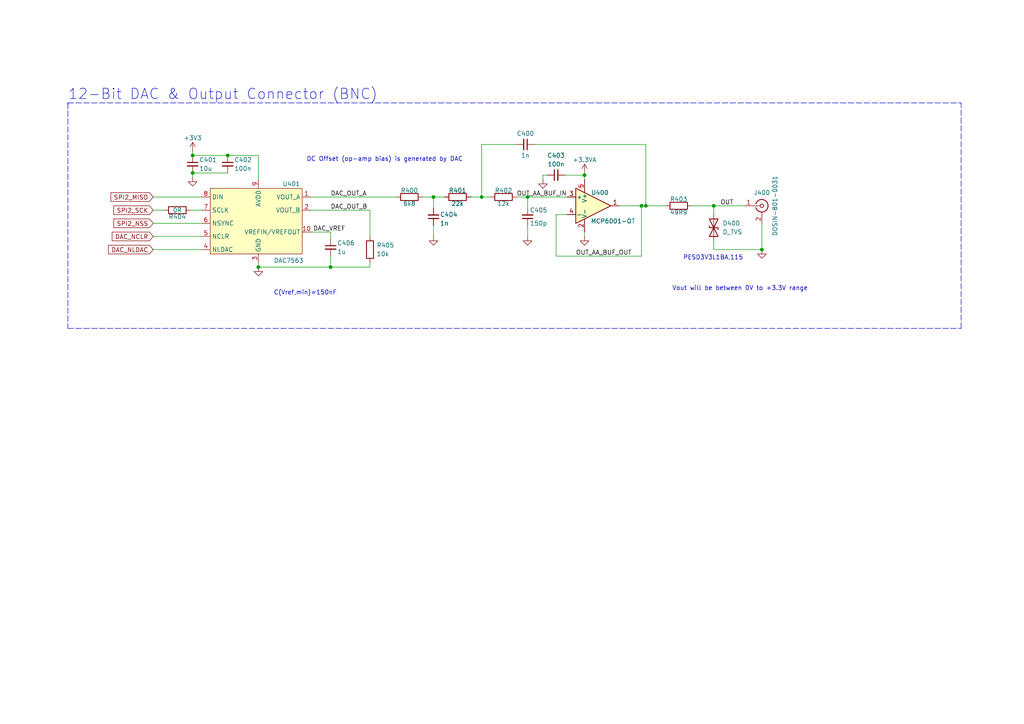
<source format=kicad_sch>
(kicad_sch (version 20211123) (generator eeschema)
  (paper "A4")
  (title_block (title "DAC & Analogue Output") (date "2022-03-07") (rev "v1.0") (company "Jonathan Podiono"))
  (lib_symbols
    (symbol "Amplifier_Operational:MCP6001-OT" (pin_names (offset 0.127))
      (property "Reference" "U" (at -1.27 6.35 0))
      (property "Value" "MCP6001-OT" (at -1.27 3.81 0))
      (symbol "MCP6001-OT_0_1"
        (polyline (pts (xy -5.08 5.08) (xy 5.08 0) (xy -5.08 -5.08) (xy -5.08 5.08)) (stroke (width 0.254)) (fill (type background)))
        (pin power_in line (at -2.54 -7.62 90) (length 3.81) (name "V-") (number "2"))
        (pin power_in line (at -2.54 7.62 270) (length 3.81) (name "V+") (number "5"))
      )
      (symbol "MCP6001-OT_1_1"
        (pin output line (at 7.62 0 180) (length 2.54) (name "~") (number "1"))
        (pin input line (at -7.62 2.54 0) (length 2.54) (name "+") (number "3"))
        (pin input line (at -7.62 -2.54 0) (length 2.54) (name "-") (number "4"))
      )
    )
    (symbol "Connector:Conn_Coaxial" (pin_names (offset 1.016) hide)
      (property "Reference" "J" (at 0.254 3.048 0))
      (property "Value" "Conn_Coaxial" (at 2.921 0 90))
      (symbol "Conn_Coaxial_0_1"
        (arc (start -1.778 -0.508) (mid 0.222 -1.808) (end 1.778 0) (stroke (width 0.254)))
        (polyline (pts (xy -2.54 0) (xy -0.508 0)))
        (polyline (pts (xy 0 -2.54) (xy 0 -1.778)))
        (circle (center 0 0) (radius 0.508) (stroke (width 0.2032)))
        (arc (start 1.778 0) (mid 0.222 1.8083) (end -1.778 0.508) (stroke (width 0.254)))
      )
      (symbol "Conn_Coaxial_1_1"
        (pin passive line (at -5.08 0 0) (length 2.54) (name "In") (number "1"))
        (pin passive line (at 0 -5.08 90) (length 2.54) (name "Ext") (number "2"))
      )
    )
    (symbol "Device:C_Small" (pin_numbers hide) (pin_names (offset 0.254) hide)
      (property "Reference" "C" (at 0.254 1.778 0))
      (property "Value" "C_Small" (at 0.254 -2.032 0))
      (symbol "C_Small_0_1"
        (polyline (pts (xy -1.524 -0.508) (xy 1.524 -0.508)) (stroke (width 0.3302)))
        (polyline (pts (xy -1.524 0.508) (xy 1.524 0.508)) (stroke (width 0.3048)))
      )
      (symbol "C_Small_1_1"
        (pin passive line (at 0 2.54 270) (length 2.032) (name "~") (number "1"))
        (pin passive line (at 0 -2.54 90) (length 2.032) (name "~") (number "2"))
      )
    )
    (symbol "Device:D_TVS" (pin_numbers hide) (pin_names (offset 1.016) hide)
      (property "Reference" "D" (at 0 2.54 0))
      (property "Value" "D_TVS" (at 0 -2.54 0))
      (symbol "D_TVS_0_1"
        (polyline (pts (xy 1.27 0) (xy -1.27 0)))
        (polyline (pts (xy 0.508 1.27) (xy 0 1.27) (xy 0 -1.27) (xy -0.508 -1.27)) (stroke (width 0.254)))
        (polyline (pts (xy -2.54 1.27) (xy -2.54 -1.27) (xy 2.54 1.27) (xy 2.54 -1.27) (xy -2.54 1.27)) (stroke (width 0.254)))
      )
      (symbol "D_TVS_1_1"
        (pin passive line (at -3.81 0 0) (length 2.54) (name "A1") (number "1"))
        (pin passive line (at 3.81 0 180) (length 2.54) (name "A2") (number "2"))
      )
    )
    (symbol "Device:R" (pin_numbers hide) (pin_names (offset 0))
      (property "Reference" "R" (at 2.032 0 90))
      (property "Value" "R" (at 0 0 90))
      (symbol "R_0_1"
        (rectangle (start -1.016 -2.54) (end 1.016 2.54) (stroke (width 0.254)))
      )
      (symbol "R_1_1"
        (pin passive line (at 0 3.81 270) (length 1.27) (name "~") (number "1"))
        (pin passive line (at 0 -3.81 90) (length 1.27) (name "~") (number "2"))
      )
    )
    (symbol "my_library:DAC7563"
      (property "Reference" "U" (at 8.89 8.89 0))
      (property "Value" "DAC7563" (at 7.62 -15.24 0))
      (symbol "DAC7563_0_0"
        (pin output line (at 15.24 3.81 180) (length 2.54) (name "VOUT_A") (number "1"))
        (pin bidirectional line (at 15.24 -6.35 180) (length 2.54) (name "VREFIN/VREFOUT") (number "10"))
        (pin output line (at 15.24 0 180) (length 2.54) (name "VOUT_B") (number "2"))
        (pin power_in line (at 0 -15.24 90) (length 2.54) (name "GND") (number "3"))
        (pin input line (at -16.51 -11.43 0) (length 2.54) (name "NLDAC") (number "4"))
        (pin input line (at -16.51 -7.62 0) (length 2.54) (name "NCLR") (number "5"))
        (pin input line (at -16.51 -3.81 0) (length 2.54) (name "NSYNC") (number "6"))
        (pin input line (at -16.51 0 0) (length 2.54) (name "SCLK") (number "7"))
        (pin input line (at -16.51 3.81 0) (length 2.54) (name "DIN") (number "8"))
        (pin power_in line (at 0 8.89 270) (length 2.54) (name "AVDD") (number "9"))
      )
      (symbol "DAC7563_0_1"
        (rectangle (start -13.97 6.35) (end 12.7 -12.7) (fill (type background)))
      )
    )
    (symbol "power:+3.3VA" (power) (pin_names (offset 0))
      (property "Value" "+3.3VA" (at 0 3.556 0))
      (symbol "+3.3VA_0_1"
        (polyline (pts (xy -0.762 1.27) (xy 0 2.54)))
        (polyline (pts (xy 0 0) (xy 0 2.54)))
        (polyline (pts (xy 0 2.54) (xy 0.762 1.27)))
      )
      (symbol "+3.3VA_1_1"
        (pin power_in line (at 0 0 90) (length 0) hide (name "+3.3VA") (number "1"))
      )
    )
    (symbol "power:+3V3" (power) (pin_names (offset 0))
      (property "Value" "+3V3" (at 0 3.556 0))
      (symbol "+3V3_0_1"
        (polyline (pts (xy -0.762 1.27) (xy 0 2.54)))
        (polyline (pts (xy 0 0) (xy 0 2.54)))
        (polyline (pts (xy 0 2.54) (xy 0.762 1.27)))
      )
      (symbol "+3V3_1_1"
        (pin power_in line (at 0 0 90) (length 0) hide (name "+3V3") (number "1"))
      )
    )
    (symbol "power:GND" (power) (pin_names (offset 0))
      (property "Value" "GND" (at 0 -3.81 0))
      (symbol "GND_0_1"
        (polyline (pts (xy 0 0) (xy 0 -1.27) (xy 1.27 -1.27) (xy 0 -2.54) (xy -1.27 -1.27) (xy 0 -1.27)))
      )
      (symbol "GND_1_1"
        (pin power_in line (at 0 0 270) (length 0) hide (name "GND") (number "1"))
      )
    )
  )
  (junction (at 153.035 57.15))
  (junction (at 186.055 59.69))
  (junction (at 139.7 57.15))
  (junction (at 169.545 50.8))
  (junction (at 55.88 45.085))
  (junction (at 125.73 57.15))
  (junction (at 187.325 59.69))
  (junction (at 66.04 45.085))
  (junction (at 207.01 59.69))
  (junction (at 220.98 72.39))
  (junction (at 55.88 50.165))
  (junction (at 95.885 77.47))
  (junction (at 74.93 77.47))
  (wire (pts (xy 44.45 68.58) (xy 58.42 68.58)))
  (wire (pts (xy 153.035 57.15) (xy 153.035 60.325)))
  (wire (pts (xy 207.01 59.69) (xy 215.9 59.69)))
  (wire (pts (xy 154.94 41.91) (xy 187.325 41.91)))
  (wire (pts (xy 136.525 57.15) (xy 139.7 57.15)))
  (polyline (pts (xy 19.685 95.25) (xy 278.765 95.25)))
  (polyline (pts (xy 19.685 29.845) (xy 19.685 95.25)))
  (wire (pts (xy 186.055 59.69) (xy 179.705 59.69)))
  (wire (pts (xy 44.45 60.96) (xy 47.625 60.96)))
  (wire (pts (xy 139.7 57.15) (xy 142.24 57.15)))
  (polyline (pts (xy 19.685 29.845) (xy 19.685 30.48)))
  (wire (pts (xy 107.315 77.47) (xy 107.315 76.2)))
  (wire (pts (xy 95.885 67.31) (xy 95.885 69.215)))
  (wire (pts (xy 169.545 67.31) (xy 169.545 68.58)))
  (wire (pts (xy 55.245 60.96) (xy 58.42 60.96)))
  (wire (pts (xy 139.7 41.91) (xy 149.86 41.91)))
  (wire (pts (xy 74.93 45.085) (xy 74.93 52.07)))
  (wire (pts (xy 157.48 50.8) (xy 157.48 52.07)))
  (wire (pts (xy 125.73 65.405) (xy 125.73 68.58)))
  (wire (pts (xy 55.88 50.165) (xy 66.04 50.165)))
  (wire (pts (xy 44.45 64.77) (xy 58.42 64.77)))
  (wire (pts (xy 74.93 77.47) (xy 95.885 77.47)))
  (wire (pts (xy 125.73 57.15) (xy 125.73 60.325)))
  (wire (pts (xy 207.01 59.69) (xy 207.01 62.23)))
  (wire (pts (xy 161.29 74.295) (xy 186.055 74.295)))
  (wire (pts (xy 74.93 76.2) (xy 74.93 77.47)))
  (wire (pts (xy 95.885 74.295) (xy 95.885 77.47)))
  (wire (pts (xy 157.48 50.8) (xy 158.75 50.8)))
  (wire (pts (xy 220.98 64.77) (xy 220.98 72.39)))
  (wire (pts (xy 66.04 45.085) (xy 74.93 45.085)))
  (wire (pts (xy 207.01 72.39) (xy 220.98 72.39)))
  (wire (pts (xy 187.325 59.69) (xy 193.04 59.69)))
  (polyline (pts (xy 19.685 29.845) (xy 278.765 29.845)))
  (wire (pts (xy 161.29 62.23) (xy 161.29 74.295)))
  (wire (pts (xy 90.17 60.96) (xy 107.315 60.96)))
  (wire (pts (xy 163.83 50.8) (xy 169.545 50.8)))
  (wire (pts (xy 153.035 57.15) (xy 164.465 57.15)))
  (wire (pts (xy 186.055 74.295) (xy 186.055 59.69)))
  (wire (pts (xy 139.7 57.15) (xy 139.7 41.91)))
  (wire (pts (xy 90.17 67.31) (xy 95.885 67.31)))
  (wire (pts (xy 169.545 50.165) (xy 169.545 50.8)))
  (wire (pts (xy 95.885 77.47) (xy 107.315 77.47)))
  (wire (pts (xy 55.88 50.165) (xy 55.88 51.435)))
  (polyline (pts (xy 278.765 95.25) (xy 278.765 29.845)))
  (wire (pts (xy 55.88 43.815) (xy 55.88 45.085)))
  (wire (pts (xy 55.88 45.085) (xy 66.04 45.085)))
  (wire (pts (xy 149.86 57.15) (xy 153.035 57.15)))
  (wire (pts (xy 153.035 65.405) (xy 153.035 68.58)))
  (wire (pts (xy 187.325 41.91) (xy 187.325 59.69)))
  (wire (pts (xy 164.465 62.23) (xy 161.29 62.23)))
  (wire (pts (xy 90.17 57.15) (xy 114.935 57.15)))
  (wire (pts (xy 187.325 59.69) (xy 186.055 59.69)))
  (wire (pts (xy 44.45 57.15) (xy 58.42 57.15)))
  (wire (pts (xy 207.01 69.85) (xy 207.01 72.39)))
  (wire (pts (xy 169.545 50.8) (xy 169.545 52.07)))
  (wire (pts (xy 125.73 57.15) (xy 128.905 57.15)))
  (wire (pts (xy 200.66 59.69) (xy 207.01 59.69)))
  (wire (pts (xy 107.315 60.96) (xy 107.315 68.58)))
  (wire (pts (xy 44.45 72.39) (xy 58.42 72.39)))
  (wire (pts (xy 122.555 57.15) (xy 125.73 57.15)))
  (text "12-Bit DAC & Output Connector (BNC)" (at 19.685 29.21 0) (effects (font (size 3 3)) (justify left bottom)))
  (text "DC Offset (op-amp bias) is generated by DAC" (at 88.9 46.99 0) (effects (font (size 1.27 1.27)) (justify left bottom)))
  (text "C(Vref,min)=150nF" (at 79.375 85.725 0) (effects (font (size 1.27 1.27)) (justify left bottom)))
  (text "PESD3V3L1BA,115" (at 198.12 75.565 0) (effects (font (size 1.27 1.27)) (justify left bottom)))
  (text "Vout will be between 0V to +3.3V range" (at 194.945 84.455 0) (effects (font (size 1.27 1.27)) (justify left bottom)))
  (label "DAC_OUT_B" (at 95.885 60.96 0))
  (label "OUT" (at 208.915 59.69 0))
  (label "OUT_AA_BUF_OUT" (at 167.005 74.295 0))
  (label "DAC_OUT_A" (at 95.885 57.15 0))
  (label "OUT_AA_BUF_IN" (at 149.86 57.15 0))
  (label "DAC_VREF" (at 90.805 67.31 0))
  (global_label "SPI2_SCK" (shape input) (at 44.45 60.96 180) (property "Intersheet References" "${INTERSHEET_REFS}" (effects hide)))
  (global_label "DAC_NCLR" (shape input) (at 44.45 68.58 180) (property "Intersheet References" "${INTERSHEET_REFS}" (effects hide)))
  (global_label "SPI2_NSS" (shape input) (at 44.45 64.77 180) (property "Intersheet References" "${INTERSHEET_REFS}" (effects hide)))
  (global_label "DAC_NLDAC" (shape input) (at 44.45 72.39 180) (property "Intersheet References" "${INTERSHEET_REFS}" (effects hide)))
  (global_label "SPI2_MISO" (shape input) (at 44.45 57.15 180) (property "Intersheet References" "${INTERSHEET_REFS}" (effects hide)))
  (symbol (lib_id "power:GND") (at 125.73 68.58 0) (unit 1)
    (property "Reference" "#PWR0404" (effects hide))
    (property "Value" "GND" (effects hide))
  )
  (symbol (lib_id "power:GND") (at 220.98 72.39 0) (unit 1)
    (property "Reference" "#PWR0407" (effects hide))
    (property "Value" "GND" (effects hide))
  )
  (symbol (lib_id "Device:R") (at 196.85 59.69 270) (unit 1)
    (property "Reference" "R403" (at 196.85 57.785 90))
    (property "Value" "49R9" (at 196.85 61.595 90))
    (property "Footprint" "Resistor_SMD:R_0402_1005Metric" (effects hide))
  )
  (symbol (lib_id "power:GND") (at 55.88 51.435 0) (unit 1)
    (property "Reference" "#PWR0402" (effects hide))
    (property "Value" "GND" (effects hide))
  )
  (symbol (lib_id "Device:R") (at 146.05 57.15 270) (unit 1)
    (property "Reference" "R402" (at 146.05 55.245 90))
    (property "Value" "12k" (at 146.05 59.055 90))
    (property "Footprint" "Resistor_SMD:R_0402_1005Metric" (effects hide))
  )
  (symbol (lib_id "Device:C_Small") (at 95.885 71.755 0) (unit 1)
    (property "Reference" "C406" (at 97.79 70.485 0) (effects (justify left)))
    (property "Value" "1u" (at 97.79 73.025 0) (effects (justify left)))
    (property "Footprint" "Capacitor_SMD:C_0603_1608Metric" (effects hide))
  )
  (symbol (lib_id "Device:R") (at 107.315 72.39 0) (unit 1)
    (property "Reference" "R405" (at 109.22 71.12 0) (effects (justify left)))
    (property "Value" "10k" (at 109.22 73.66 0) (effects (justify left)))
    (property "Footprint" "Resistor_SMD:R_0402_1005Metric" (effects hide))
  )
  (symbol (lib_id "power:GND") (at 157.48 52.07 0) (unit 1)
    (property "Reference" "#PWR0403" (effects hide))
    (property "Value" "GND" (effects hide))
  )
  (symbol (lib_id "power:GND") (at 74.93 77.47 0) (unit 1)
    (property "Reference" "#PWR0408" (effects hide))
    (property "Value" "GND" (effects hide))
  )
  (symbol (lib_id "Device:C_Small") (at 125.73 62.865 180) (unit 1)
    (property "Reference" "C404" (at 130.175 62.23 0))
    (property "Value" "1n" (at 128.905 64.77 0))
    (property "Footprint" "Capacitor_SMD:C_0402_1005Metric" (effects hide))
  )
  (symbol (lib_id "power:GND") (at 169.545 68.58 0) (unit 1)
    (property "Reference" "#PWR0406" (effects hide))
    (property "Value" "GND" (effects hide))
  )
  (symbol (lib_id "Device:C_Small") (at 66.04 47.625 0) (unit 1)
    (property "Reference" "C402" (at 67.945 46.355 0) (effects (justify left)))
    (property "Value" "100n" (at 67.945 48.895 0) (effects (justify left)))
    (property "Footprint" "Capacitor_SMD:C_0402_1005Metric" (effects hide))
  )
  (symbol (lib_id "Device:R") (at 118.745 57.15 270) (unit 1)
    (property "Reference" "R400" (at 118.745 55.245 90))
    (property "Value" "6k8" (at 118.745 59.055 90))
    (property "Footprint" "Resistor_SMD:R_0402_1005Metric" (effects hide))
  )
  (symbol (lib_id "power:+3.3VA") (at 169.545 50.165 0) (unit 1)
    (property "Reference" "#PWR0401" (effects hide))
    (property "Value" "+3.3VA" (at 169.545 46.355 0))
  )
  (symbol (lib_id "Amplifier_Operational:MCP6001-OT") (at 172.085 59.69 0) (unit 1)
    (property "Reference" "U400" (at 173.99 55.88 0))
    (property "Value" "MCP6001-OT" (at 177.8 64.135 0))
    (property "Footprint" "Package_TO_SOT_SMD:SOT-23-5" (effects hide))
    (property "Datasheet" "http://ww1.microchip.com/downloads/en/DeviceDoc/21733j.pdf" (effects hide))
  )
  (symbol (lib_id "Device:D_TVS") (at 207.01 66.04 90) (unit 1)
    (property "Reference" "D400" (at 209.55 64.7699 90) (effects (justify right)))
    (property "Value" "D_TVS" (at 209.55 67.3099 90) (effects (justify right)))
    (property "Footprint" "Diode_SMD:D_SOD-323" (effects hide))
  )
  (symbol (lib_id "Device:C_Small") (at 161.29 50.8 90) (unit 1)
    (property "Reference" "C403" (at 161.29 45.085 90))
    (property "Value" "100n" (at 161.29 47.625 90))
    (property "Footprint" "Capacitor_SMD:C_0402_1005Metric" (effects hide))
  )
  (symbol (lib_id "Device:C_Small") (at 55.88 47.625 0) (unit 1)
    (property "Reference" "C401" (at 57.785 46.355 0) (effects (justify left)))
    (property "Value" "10u" (at 57.785 48.895 0) (effects (justify left)))
    (property "Footprint" "Capacitor_SMD:C_0603_1608Metric" (effects hide))
  )
  (symbol (lib_id "Device:C_Small") (at 153.035 62.865 180) (unit 1)
    (property "Reference" "C405" (at 156.21 60.96 0))
    (property "Value" "150p" (at 156.21 64.77 0))
    (property "Footprint" "Capacitor_SMD:C_0402_1005Metric" (effects hide))
  )
  (symbol (lib_id "power:GND") (at 153.035 68.58 0) (unit 1)
    (property "Reference" "#PWR0405" (effects hide))
    (property "Value" "GND" (effects hide))
  )
  (symbol (lib_id "my_library:DAC7563") (at 74.93 60.96 0) (unit 1)
    (property "Reference" "U401" (at 81.915 53.34 0) (effects (justify left)))
    (property "Value" "DAC7563" (at 79.375 75.565 0) (effects (justify left)))
    (property "Footprint" "my_footprints:SOIC-10" (effects hide))
  )
  (symbol (lib_id "Device:R") (at 51.435 60.96 90) (unit 1)
    (property "Reference" "R404" (at 51.435 62.865 90))
    (property "Value" "0R" (at 51.435 60.96 90))
    (property "Footprint" "Resistor_SMD:R_0402_1005Metric" (effects hide))
  )
  (symbol (lib_id "power:+3V3") (at 55.88 43.815 0) (unit 1)
    (property "Reference" "#PWR0400" (effects hide))
    (property "Value" "+3V3" (at 55.88 40.005 0))
  )
  (symbol (lib_id "Connector:Conn_Coaxial") (at 220.98 59.69 0) (unit 1)
    (property "Reference" "J400" (at 220.98 55.88 0))
    (property "Value" "DOSIN-801-0031" (at 224.79 59.69 90))
    (property "Footprint" "Connector_Coaxial:BNC_Amphenol_031-6575_Horizontal" (effects hide))
    (property "Datasheet" " ~" (effects hide))
  )
  (symbol (lib_id "Device:C_Small") (at 152.4 41.91 270) (unit 1)
    (property "Reference" "C400" (at 152.4 38.735 90))
    (property "Value" "1n" (at 152.4 45.085 90))
    (property "Footprint" "Capacitor_SMD:C_0402_1005Metric" (effects hide))
  )
  (symbol (lib_id "Device:R") (at 132.715 57.15 270) (unit 1)
    (property "Reference" "R401" (at 132.715 55.245 90))
    (property "Value" "22k" (at 132.715 59.055 90))
    (property "Footprint" "Resistor_SMD:R_0402_1005Metric" (effects hide))
  )
)
</source>
